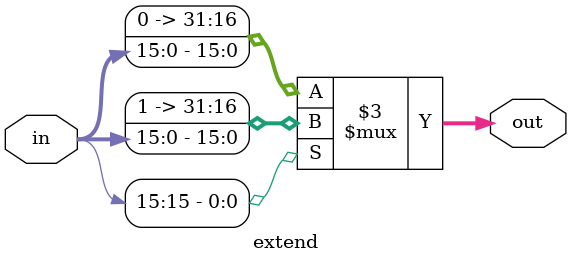
<source format=v>
module extend #(parameter DATA_WIDTH=32)( 
	input [15:0] in, 
	output reg [DATA_WIDTH-1:0] out
);	
	
	// Extensão de sinal
	always @(*) begin
		if (in[15]) begin
			out <= {16'hFFFF,in[15:0]};
		end
		else begin
			out <= {16'h0,in[15:0]};
   	end
	end
endmodule

</source>
